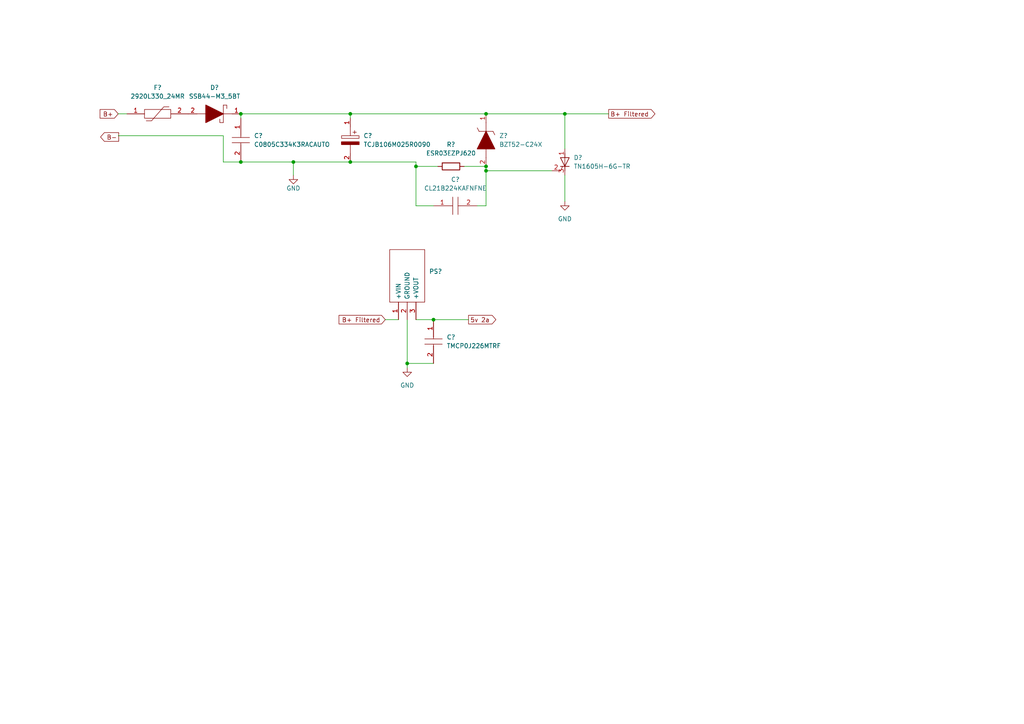
<source format=kicad_sch>
(kicad_sch (version 20211123) (generator eeschema)
  (paper "A4")
  (lib_symbols
    (symbol "Device:Q_SCR_AGK" (pin_names (offset 0) hide)
      (property "Reference" "D" (at 1.905 0.635 0))
      (property "Value" "Q_SCR_AGK" (at 1.905 -1.27 0))
      (symbol "Q_SCR_AGK_0_1"
        (polyline (pts (xy -1.27 -2.54) (xy -0.635 -1.27)))
        (polyline (pts (xy -1.27 -1.27) (xy 1.27 -1.27)) (stroke (width 0.2032)))
        (polyline (pts (xy 0 -2.54) (xy 0 2.54)))
        (polyline (pts (xy -1.27 1.27) (xy 1.27 1.27) (xy 0 -1.27) (xy -1.27 1.27)) (stroke (width 0.2032)))
      )
      (symbol "Q_SCR_AGK_1_1"
        (pin passive line (at 0 3.81 270) (length 2.54) (name "A") (number "1"))
        (pin input line (at -3.81 -2.54 0) (length 2.54) (name "G") (number "2"))
        (pin passive line (at 0 -3.81 90) (length 2.54) (name "K") (number "3"))
      )
    )
    (symbol "Device:R" (pin_numbers hide) (pin_names (offset 0))
      (property "Reference" "R" (at 2.032 0 90))
      (property "Value" "R" (at 0 0 90))
      (symbol "R_0_1"
        (rectangle (start -1.016 -2.54) (end 1.016 2.54) (stroke (width 0.254)))
      )
      (symbol "R_1_1"
        (pin passive line (at 0 3.81 270) (length 1.27) (name "~") (number "1"))
        (pin passive line (at 0 -3.81 90) (length 1.27) (name "~") (number "2"))
      )
    )
    (symbol "SamacSys_Parts:2920L330_24MR" (pin_names (offset 0.762))
      (property "Reference" "F" (at 13.97 6.35 0))
      (property "Value" "2920L330_24MR" (at 13.97 3.81 0))
      (symbol "2920L330_24MR_0_0"
        (pin passive line (at 0 0 0) (length 5.08) (name "~") (number "1"))
        (pin passive line (at 17.78 0 180) (length 5.08) (name "~") (number "2"))
      )
      (symbol "2920L330_24MR_0_1"
        (polyline (pts (xy 5.588 -2.032) (xy 7.112 -2.032) (xy 10.668 2.032) (xy 12.192 2.032)) (stroke (width 0.1524)))
        (polyline (pts (xy 5.08 1.27) (xy 12.7 1.27) (xy 12.7 -1.27) (xy 5.08 -1.27) (xy 5.08 1.27)) (stroke (width 0.1524)))
      )
    )
    (symbol "SamacSys_Parts:BZT52-C24X" (pin_names (offset 0.762))
      (property "Reference" "Z" (at 10.16 8.89 0))
      (property "Value" "BZT52-C24X" (at 10.16 6.35 0))
      (symbol "BZT52-C24X_0_0"
        (pin passive line (at 0 0 0) (length 2.54) (name "~") (number "1"))
        (pin passive line (at 15.24 0 180) (length 2.54) (name "~") (number "2"))
      )
      (symbol "BZT52-C24X_0_1"
        (polyline (pts (xy 2.54 0) (xy 5.08 0)) (stroke (width 0.1524)))
        (polyline (pts (xy 4.064 -2.54) (xy 5.08 -2.032)) (stroke (width 0.1524)))
        (polyline (pts (xy 5.08 2.032) (xy 5.08 -2.032)) (stroke (width 0.1524)))
        (polyline (pts (xy 5.08 2.032) (xy 6.096 2.54)) (stroke (width 0.1524)))
        (polyline (pts (xy 12.7 0) (xy 10.16 0)) (stroke (width 0.1524)))
        (polyline (pts (xy 5.08 0) (xy 10.16 2.54) (xy 10.16 -2.54) (xy 5.08 0)) (stroke (width 0.254)) (fill (type outline)))
      )
    )
    (symbol "SamacSys_Parts:C0805C334K3RACAUTO" (pin_names (offset 0.762))
      (property "Reference" "C" (at 8.89 6.35 0))
      (property "Value" "C0805C334K3RACAUTO" (at 8.89 3.81 0))
      (symbol "C0805C334K3RACAUTO_0_0"
        (pin passive line (at 0 0 0) (length 5.08) (name "~") (number "1"))
        (pin passive line (at 12.7 0 180) (length 5.08) (name "~") (number "2"))
      )
      (symbol "C0805C334K3RACAUTO_0_1"
        (polyline (pts (xy 5.08 0) (xy 5.588 0)) (stroke (width 0.1524)))
        (polyline (pts (xy 5.588 2.54) (xy 5.588 -2.54)) (stroke (width 0.1524)))
        (polyline (pts (xy 7.112 0) (xy 7.62 0)) (stroke (width 0.1524)))
        (polyline (pts (xy 7.112 2.54) (xy 7.112 -2.54)) (stroke (width 0.1524)))
      )
    )
    (symbol "SamacSys_Parts:CL21B224KAFNFNE" (pin_names (offset 0.762))
      (property "Reference" "C" (at 8.89 6.35 0))
      (property "Value" "CL21B224KAFNFNE" (at 8.89 3.81 0))
      (symbol "CL21B224KAFNFNE_0_0"
        (pin passive line (at 0 0 0) (length 5.08) (name "~") (number "1"))
        (pin passive line (at 12.7 0 180) (length 5.08) (name "~") (number "2"))
      )
      (symbol "CL21B224KAFNFNE_0_1"
        (polyline (pts (xy 5.08 0) (xy 5.588 0)) (stroke (width 0.1524)))
        (polyline (pts (xy 5.588 2.54) (xy 5.588 -2.54)) (stroke (width 0.1524)))
        (polyline (pts (xy 7.112 0) (xy 7.62 0)) (stroke (width 0.1524)))
        (polyline (pts (xy 7.112 2.54) (xy 7.112 -2.54)) (stroke (width 0.1524)))
      )
    )
    (symbol "SamacSys_Parts:SSB44-M3_5BT" (pin_names (offset 0.762))
      (property "Reference" "D" (at 12.7 8.89 0))
      (property "Value" "SSB44-M3_5BT" (at 12.7 6.35 0))
      (symbol "SSB44-M3_5BT_0_0"
        (pin passive line (at 2.54 0 0) (length 2.54) (name "~") (number "1"))
        (pin passive line (at 17.78 0 180) (length 2.54) (name "~") (number "2"))
      )
      (symbol "SSB44-M3_5BT_0_1"
        (polyline (pts (xy 5.08 0) (xy 7.62 0)) (stroke (width 0.1524)))
        (polyline (pts (xy 7.62 2.54) (xy 7.62 -2.54)) (stroke (width 0.1524)))
        (polyline (pts (xy 12.7 0) (xy 15.24 0)) (stroke (width 0.1524)))
        (polyline (pts (xy 7.62 -2.54) (xy 6.604 -2.54) (xy 6.604 -1.524)) (stroke (width 0.1524)))
        (polyline (pts (xy 7.62 2.54) (xy 8.636 2.54) (xy 8.636 1.524)) (stroke (width 0.1524)))
        (polyline (pts (xy 7.62 0) (xy 12.7 2.54) (xy 12.7 -2.54) (xy 7.62 0)) (stroke (width 0.254)) (fill (type outline)))
      )
    )
    (symbol "SamacSys_Parts:TCJB106M025R0090" (pin_names (offset 0.762))
      (property "Reference" "C" (at 8.89 6.35 0))
      (property "Value" "TCJB106M025R0090" (at 8.89 3.81 0))
      (symbol "TCJB106M025R0090_0_0"
        (pin passive line (at 0 0 0) (length 2.54) (name "~") (number "1"))
        (pin passive line (at 12.7 0 180) (length 2.54) (name "~") (number "2"))
      )
      (symbol "TCJB106M025R0090_0_1"
        (polyline (pts (xy 2.54 0) (xy 5.08 0)) (stroke (width 0.1524)))
        (polyline (pts (xy 4.064 1.778) (xy 4.064 0.762)) (stroke (width 0.1524)))
        (polyline (pts (xy 4.572 1.27) (xy 3.556 1.27)) (stroke (width 0.1524)))
        (polyline (pts (xy 7.62 0) (xy 10.16 0)) (stroke (width 0.1524)))
        (polyline (pts (xy 5.08 2.54) (xy 5.08 -2.54) (xy 5.842 -2.54) (xy 5.842 2.54) (xy 5.08 2.54)) (stroke (width 0.1524)))
        (polyline (pts (xy 7.62 2.54) (xy 7.62 -2.54) (xy 6.858 -2.54) (xy 6.858 2.54) (xy 7.62 2.54)) (stroke (width 0.254)) (fill (type outline)))
      )
    )
    (symbol "SamacSys_Parts:TMCP0J226MTRF" (pin_names (offset 0.762))
      (property "Reference" "C" (at 8.89 6.35 0))
      (property "Value" "TMCP0J226MTRF" (at 8.89 3.81 0))
      (symbol "TMCP0J226MTRF_0_0"
        (pin passive line (at 0 0 0) (length 5.08) (name "~") (number "1"))
        (pin passive line (at 12.7 0 180) (length 5.08) (name "~") (number "2"))
      )
      (symbol "TMCP0J226MTRF_0_1"
        (polyline (pts (xy 5.08 0) (xy 5.588 0)) (stroke (width 0.1524)))
        (polyline (pts (xy 5.588 2.54) (xy 5.588 -2.54)) (stroke (width 0.1524)))
        (polyline (pts (xy 7.112 0) (xy 7.62 0)) (stroke (width 0.1524)))
        (polyline (pts (xy 7.112 2.54) (xy 7.112 -2.54)) (stroke (width 0.1524)))
      )
    )
    (symbol "SamacSys_Parts:VR20S05" (pin_names (offset 0.762))
      (property "Reference" "PS" (at 21.59 7.62 0))
      (property "Value" "VR20S05" (at 21.59 5.08 0))
      (symbol "VR20S05_0_0"
        (pin passive line (at 0 0 0) (length 5.08) (name "+VIN") (number "1"))
        (pin passive line (at 0 -2.54 0) (length 5.08) (name "GROUND") (number "2"))
        (pin passive line (at 0 -5.08 0) (length 5.08) (name "+VOUT") (number "3"))
      )
      (symbol "VR20S05_0_1"
        (polyline (pts (xy 5.08 2.54) (xy 20.32 2.54) (xy 20.32 -7.62) (xy 5.08 -7.62) (xy 5.08 2.54)) (stroke (width 0.1524)))
      )
    )
    (symbol "power:GND" (power) (pin_names (offset 0))
      (property "Value" "GND" (at 0 -3.81 0))
      (symbol "GND_0_1"
        (polyline (pts (xy 0 0) (xy 0 -1.27) (xy 1.27 -1.27) (xy 0 -2.54) (xy -1.27 -1.27) (xy 0 -1.27)))
      )
      (symbol "GND_1_1"
        (pin power_in line (at 0 0 270) (length 0) hide (name "GND") (number "1"))
      )
    )
  )
  (junction (at 101.6 33.02))
  (junction (at 140.97 48.26))
  (junction (at 140.97 49.53))
  (junction (at 85.09 46.99))
  (junction (at 101.6 46.99))
  (junction (at 118.11 105.41))
  (junction (at 163.83 33.02))
  (junction (at 69.85 46.99))
  (junction (at 120.65 48.26))
  (junction (at 125.73 92.71))
  (junction (at 140.97 33.02))
  (junction (at 69.85 33.02))
  (wire (pts (xy 125.73 92.71) (xy 135.89 92.71)))
  (wire (pts (xy 101.6 46.99) (xy 120.65 46.99)))
  (wire (pts (xy 140.97 59.69) (xy 138.43 59.69)))
  (wire (pts (xy 163.83 50.8) (xy 163.83 58.42)))
  (wire (pts (xy 34.29 33.02) (xy 36.83 33.02)))
  (wire (pts (xy 127 48.26) (xy 120.65 48.26)))
  (wire (pts (xy 120.65 92.71) (xy 125.73 92.71)))
  (wire (pts (xy 120.65 46.99) (xy 120.65 48.26)))
  (wire (pts (xy 120.65 48.26) (xy 120.65 59.69)))
  (wire (pts (xy 140.97 49.53) (xy 140.97 59.69)))
  (wire (pts (xy 134.62 48.26) (xy 140.97 48.26)))
  (wire (pts (xy 163.83 43.18) (xy 163.83 33.02)))
  (wire (pts (xy 34.29 39.37) (xy 64.77 39.37)))
  (wire (pts (xy 85.09 46.99) (xy 101.6 46.99)))
  (wire (pts (xy 69.85 33.02) (xy 101.6 33.02)))
  (wire (pts (xy 140.97 48.26) (xy 140.97 49.53)))
  (wire (pts (xy 118.11 92.71) (xy 118.11 105.41)))
  (wire (pts (xy 69.85 34.29) (xy 69.85 33.02)))
  (wire (pts (xy 118.11 105.41) (xy 118.11 106.68)))
  (wire (pts (xy 101.6 33.02) (xy 101.6 34.29)))
  (wire (pts (xy 64.77 46.99) (xy 69.85 46.99)))
  (wire (pts (xy 64.77 39.37) (xy 64.77 46.99)))
  (wire (pts (xy 120.65 59.69) (xy 125.73 59.69)))
  (wire (pts (xy 101.6 33.02) (xy 140.97 33.02)))
  (wire (pts (xy 85.09 46.99) (xy 85.09 50.8)))
  (wire (pts (xy 125.73 105.41) (xy 118.11 105.41)))
  (wire (pts (xy 160.02 49.53) (xy 140.97 49.53)))
  (wire (pts (xy 140.97 33.02) (xy 163.83 33.02)))
  (wire (pts (xy 69.85 46.99) (xy 85.09 46.99)))
  (wire (pts (xy 163.83 33.02) (xy 176.53 33.02)))
  (wire (pts (xy 111.76 92.71) (xy 115.57 92.71)))
  (global_label "B+ Filtered" (shape output) (at 176.53 33.02 0) (property "Intersheet References" "${INTERSHEET_REFS}" (effects hide)))
  (global_label "B-" (shape output) (at 34.4416 39.7335 180) (property "Intersheet References" "${INTERSHEET_REFS}" (effects hide)))
  (global_label "5v 2a" (shape output) (at 135.89 92.71 0) (property "Intersheet References" "${INTERSHEET_REFS}" (effects hide)))
  (global_label "B+" (shape input) (at 34.29 33.02 180) (property "Intersheet References" "${INTERSHEET_REFS}" (effects hide)))
  (global_label "B+ Filtered" (shape input) (at 111.76 92.71 180) (property "Intersheet References" "${INTERSHEET_REFS}" (effects hide)))
  (symbol (lib_id "SamacSys_Parts:C0805C334K3RACAUTO") (at 69.85 34.29 270) (unit 1)
    (property "Reference" "C?" (at 73.66 39.3699 90) (effects (justify left)))
    (property "Value" "C0805C334K3RACAUTO" (at 73.66 41.9099 90) (effects (justify left)))
    (property "Footprint" "C0805" (effects hide))
    (property "Datasheet" "https://content.kemet.com/datasheets/KEM_C1023_X7R_AUTO_SMD.pdf" (effects hide))
    (property "Description" "SMD Auto X7R, Ceramic, 0.33 uF, 10%, 25 VDC, 62.5 VDC, 125?C, -55?C, X7R, SMD, MLCC, Temperature Stable, Automotive Grade, 3.5 % , 1.5152 GOhms, 13 mg, 0805, 2mm, 1.25mm, 0.9mm, 0.75mm, 0.5mm, 4000, 78  Weeks, 80" (effects hide))
    (property "Height" "1.1" (effects hide))
    (property "Manufacturer_Name" "KEMET" (effects hide))
    (property "Manufacturer_Part_Number" "C0805C334K3RACAUTO" (effects hide))
    (property "Mouser Part Number" "80-C0805C334K3RAUTO" (effects hide))
    (property "Mouser Price/Stock" "https://www.mouser.co.uk/ProductDetail/KEMET/C0805C334K3RACAUTO?qs=sSYV1F9c5cFAGgBePUAC4A%3D%3D" (effects hide))
    (property "Arrow Part Number" "C0805C334K3RACAUTO" (effects hide))
    (property "Arrow Price/Stock" "https://www.arrow.com/en/products/c0805c334k3racauto/kemet-corporation" (effects hide))
  )
  (symbol (lib_id "power:GND") (at 118.11 106.68 0) (unit 1)
    (property "Reference" "#PWR?" (effects hide))
    (property "Value" "GND" (at 118.11 111.76 0))
  )
  (symbol (lib_id "SamacSys_Parts:BZT52-C24X") (at 140.97 33.02 270) (unit 1)
    (property "Reference" "Z?" (at 144.78 39.3699 90) (effects (justify left)))
    (property "Value" "BZT52-C24X" (at 144.78 41.9099 90) (effects (justify left)))
    (property "Footprint" "BZT52C24X" (effects hide))
    (property "Datasheet" "https://assets.nexperia.com/documents/data-sheet/BZT52_SER.pdf" (effects hide))
    (property "Description" "Zener Diodes BZT52-C24/SOD123/SOD2" (effects hide))
    (property "Height" "1.3" (effects hide))
    (property "Manufacturer_Name" "Nexperia" (effects hide))
    (property "Manufacturer_Part_Number" "BZT52-C24X" (effects hide))
    (property "Mouser Part Number" "771-BZT52-C24X" (effects hide))
    (property "Mouser Price/Stock" "https://www.mouser.co.uk/ProductDetail/Nexperia/BZT52-C24X?qs=u16ybLDytRa%252BEX4p%2FEl8cA%3D%3D" (effects hide))
  )
  (symbol (lib_id "SamacSys_Parts:VR20S05") (at 115.57 92.71 90) (unit 1)
    (property "Reference" "PS?" (at 124.46 78.7399 90) (effects (justify right)))
    (property "Datasheet" "https://www.xppower.com/portals/0/pdfs/SF_VR20.pdf" (effects hide))
    (property "Description" "Non-Isolated DC/DC Converters DC-DC Switching regulater, 2A, SIP" (effects hide))
    (property "Height" "18" (effects hide))
    (property "Manufacturer_Name" "XP POWER" (effects hide))
    (property "Manufacturer_Part_Number" "VR20S05" (effects hide))
    (property "Mouser Part Number" "209-VR20S05" (effects hide))
    (property "Mouser Price/Stock" "https://www.mouser.co.uk/ProductDetail/XP-Power/VR20S05?qs=7MVldsJ5UaxHcFms%252Bq8wpQ%3D%3D" (effects hide))
  )
  (symbol (lib_id "SamacSys_Parts:SSB44-M3_5BT") (at 72.39 33.02 180) (unit 1)
    (property "Reference" "D?" (at 62.23 25.4 0))
    (property "Value" "SSB44-M3_5BT" (at 62.23 27.94 0))
    (property "Footprint" "DIOM5436X244N" (effects hide))
    (property "Datasheet" "https://componentsearchengine.com/Datasheets/1/SSB44-M3_5BT.pdf" (effects hide))
    (property "Description" "Schottky Diodes & Rectifiers 4A,40V,SM SCHOTTKY RECT" (effects hide))
    (property "Height" "2.44" (effects hide))
    (property "Manufacturer_Name" "Vishay" (effects hide))
    (property "Manufacturer_Part_Number" "SSB44-M3/5BT" (effects hide))
    (property "Mouser Part Number" "78-SSB44-M35BT" (effects hide))
    (property "Mouser Price/Stock" "https://www.mouser.com/Search/Refine.aspx?Keyword=78-SSB44-M35BT" (effects hide))
  )
  (symbol (lib_id "SamacSys_Parts:TMCP0J226MTRF") (at 125.73 92.71 270) (unit 1)
    (property "Reference" "C?" (at 129.54 97.7899 90) (effects (justify left)))
    (property "Value" "TMCP0J226MTRF" (at 129.54 100.3299 90) (effects (justify left)))
    (property "Footprint" "CAPC2012X120N" (effects hide))
    (property "Datasheet" "https://datasheet.datasheetarchive.com/originals/distributors/Datasheets-13/DSA-250931.pdf" (effects hide))
    (property "Description" "(0805 Size Tantalum Chip Capacitor" (effects hide))
    (property "Height" "1.2" (effects hide))
    (property "Manufacturer_Name" "HITACHI" (effects hide))
    (property "Manufacturer_Part_Number" "TMCP0J226MTRF" (effects hide))
  )
  (symbol (lib_id "SamacSys_Parts:2920L330_24MR") (at 36.83 33.02 0) (unit 1)
    (property "Reference" "F?" (at 45.72 25.4 0))
    (property "Value" "2920L330_24MR" (at 45.72 27.94 0))
    (property "Footprint" "2920L07560MR" (effects hide))
    (property "Datasheet" "http://m.littelfuse.com/~/media/electronics/datasheets/resettable_ptcs/littelfuse_ptc_2920l_datasheet.pdf.pdf" (effects hide))
    (property "Description" "PTC 24V POLYFUSE SURF MOUNT 2920 3.3A" (effects hide))
    (property "Height" "1.8" (effects hide))
    (property "Manufacturer_Name" "LITTELFUSE" (effects hide))
    (property "Manufacturer_Part_Number" "2920L330/24MR" (effects hide))
    (property "Mouser Part Number" "576-2920L330/24MR" (effects hide))
    (property "Mouser Price/Stock" "https://www.mouser.co.uk/ProductDetail/Littelfuse/2920L330-24MR?qs=%2FPOkb%252BiDxRVjmlWl2Dg7VA%3D%3D" (effects hide))
    (property "Arrow Part Number" "2920L330/24MR" (effects hide))
    (property "Arrow Price/Stock" "https://www.arrow.com/en/products/2920l33024mr/littelfuse?region=nac" (effects hide))
  )
  (symbol (lib_id "SamacSys_Parts:TCJB106M025R0090") (at 101.6 34.29 270) (unit 1)
    (property "Reference" "C?" (at 105.41 39.3699 90) (effects (justify left)))
    (property "Value" "TCJB106M025R0090" (at 105.41 41.9099 90) (effects (justify left)))
    (property "Footprint" "CAPPM3528X210N" (effects hide))
    (property "Datasheet" "http://datasheets.avx.com/TCJ.pdf" (effects hide))
    (property "Description" "AVX - TCJB106M025R0090 - CAP, TANT, POLYMER, 10UF, 25V, 1210" (effects hide))
    (property "Height" "2.1" (effects hide))
    (property "Manufacturer_Name" "AVX" (effects hide))
    (property "Manufacturer_Part_Number" "TCJB106M025R0090" (effects hide))
    (property "Mouser Part Number" "581-TCJB106M025R0090" (effects hide))
    (property "Mouser Price/Stock" "https://www.mouser.co.uk/ProductDetail/AVX/TCJB106M025R0090?qs=vRUrOTOuwyHjJ4ZKTtk9Og%3D%3D" (effects hide))
  )
  (symbol (lib_id "power:GND") (at 163.83 58.42 0) (unit 1)
    (property "Reference" "#PWR?" (effects hide))
    (property "Value" "GND" (at 163.83 63.5 0))
  )
  (symbol (lib_id "Device:Q_SCR_AGK") (at 163.83 46.99 0) (unit 1)
    (property "Reference" "D?" (at 166.37 45.7199 0) (effects (justify left)))
    (property "Value" "TN1605H-6G-TR" (at 166.37 48.2599 0) (effects (justify left)))
  )
  (symbol (lib_id "power:GND") (at 85.09 50.8 0) (unit 1)
    (property "Reference" "#PWR?" (effects hide))
    (property "Value" "GND" (at 85.09 54.61 0))
  )
  (symbol (lib_id "SamacSys_Parts:CL21B224KAFNFNE") (at 125.73 59.69 0) (unit 1)
    (property "Reference" "C?" (at 132.08 52.07 0))
    (property "Value" "CL21B224KAFNFNE" (at 132.08 54.61 0))
    (property "Footprint" "CAPC2012X135N" (effects hide))
    (property "Datasheet" "https://www.mouser.be/datasheet/2/585/MLCC-1837944.pdf" (effects hide))
    (property "Description" "Multilayer Ceramic Capacitors MLCC - SMD/SMT 220nF+/-10% 25V X7R 2012" (effects hide))
    (property "Height" "1.35" (effects hide))
    (property "Manufacturer_Name" "Samsung Electro-Mechanics" (effects hide))
    (property "Manufacturer_Part_Number" "CL21B224KAFNFNE" (effects hide))
    (property "Mouser Part Number" "187-CL21B224KAFNFNE" (effects hide))
    (property "Mouser Price/Stock" "https://www.mouser.co.uk/ProductDetail/Samsung-Electro-Mechanics/CL21B224KAFNFNE?qs=h6Piwd%2Fnvzm79Vhau8LM8w%3D%3D" (effects hide))
  )
  (symbol (lib_id "Device:R") (at 130.81 48.26 90) (unit 1)
    (property "Reference" "R?" (at 130.81 41.91 90))
    (property "Value" "ESR03EZPJ620" (at 130.81 44.45 90))
  )
)
</source>
